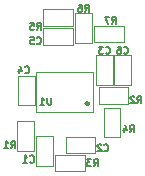
<source format=gbo>
%TF.GenerationSoftware,KiCad,Pcbnew,(5.1.8-0-10_14)*%
%TF.CreationDate,2021-04-23T14:11:37-04:00*%
%TF.ProjectId,Custom_Piezo_Sensor_PCB,43757374-6f6d-45f5-9069-657a6f5f5365,rev?*%
%TF.SameCoordinates,Original*%
%TF.FileFunction,Legend,Bot*%
%TF.FilePolarity,Positive*%
%FSLAX46Y46*%
G04 Gerber Fmt 4.6, Leading zero omitted, Abs format (unit mm)*
G04 Created by KiCad (PCBNEW (5.1.8-0-10_14)) date 2021-04-23 14:11:37*
%MOMM*%
%LPD*%
G01*
G04 APERTURE LIST*
%ADD10C,0.050000*%
%ADD11C,0.120000*%
%ADD12C,0.254000*%
%ADD13C,0.150000*%
G04 APERTURE END LIST*
D10*
%TO.C,R7*%
X152573000Y-146138000D02*
X154793000Y-146138000D01*
X154793000Y-144718000D02*
X154933000Y-144718000D01*
X154793000Y-146138000D02*
X154933000Y-146138000D01*
X152573000Y-146138000D02*
X152433000Y-146138000D01*
X152573000Y-144718000D02*
X152433000Y-144718000D01*
X152433000Y-144718000D02*
X152433000Y-146138000D01*
X154793000Y-144718000D02*
X152573000Y-144718000D01*
X154933000Y-146138000D02*
X154933000Y-144718000D01*
X154933000Y-146138000D02*
X152433000Y-146138000D01*
X152433000Y-144718000D02*
X152433000Y-146138000D01*
X154933000Y-146138000D02*
X154933000Y-144718000D01*
X152433000Y-144718000D02*
X154933000Y-144718000D01*
%TO.C,R2*%
X152814000Y-149925000D02*
X155314000Y-149925000D01*
X155314000Y-151345000D02*
X155314000Y-149925000D01*
X152814000Y-149925000D02*
X152814000Y-151345000D01*
X155314000Y-151345000D02*
X152814000Y-151345000D01*
X155314000Y-151345000D02*
X155314000Y-149925000D01*
X155174000Y-149925000D02*
X152954000Y-149925000D01*
X152814000Y-149925000D02*
X152814000Y-151345000D01*
X152954000Y-149925000D02*
X152814000Y-149925000D01*
X152954000Y-151345000D02*
X152814000Y-151345000D01*
X155174000Y-151345000D02*
X155314000Y-151345000D01*
X155174000Y-149925000D02*
X155314000Y-149925000D01*
X152954000Y-151345000D02*
X155174000Y-151345000D01*
D11*
%TO.C,U1*%
X152349200Y-152004800D02*
X147549200Y-152004800D01*
X152349200Y-148604800D02*
X147549200Y-148604800D01*
D12*
X151981200Y-151304800D02*
G75*
G03*
X151981200Y-151304800I-127000J0D01*
G01*
D11*
X147549200Y-152004800D02*
X147549200Y-148604800D01*
X152349200Y-152004800D02*
X152349200Y-148604800D01*
D10*
%TO.C,R6*%
X150814000Y-143810000D02*
X150814000Y-146030000D01*
X152234000Y-146030000D02*
X152234000Y-146170000D01*
X150814000Y-146030000D02*
X150814000Y-146170000D01*
X150814000Y-143810000D02*
X150814000Y-143670000D01*
X152234000Y-143810000D02*
X152234000Y-143670000D01*
X152234000Y-143670000D02*
X150814000Y-143670000D01*
X152234000Y-146030000D02*
X152234000Y-143810000D01*
X150814000Y-146170000D02*
X152234000Y-146170000D01*
X150814000Y-146170000D02*
X150814000Y-143670000D01*
X152234000Y-143670000D02*
X150814000Y-143670000D01*
X150814000Y-146170000D02*
X152234000Y-146170000D01*
X152234000Y-143670000D02*
X152234000Y-146170000D01*
%TO.C,R5*%
X150475000Y-143321000D02*
X148255000Y-143321000D01*
X148255000Y-144741000D02*
X148115000Y-144741000D01*
X148255000Y-143321000D02*
X148115000Y-143321000D01*
X150475000Y-143321000D02*
X150615000Y-143321000D01*
X150475000Y-144741000D02*
X150615000Y-144741000D01*
X150615000Y-144741000D02*
X150615000Y-143321000D01*
X148255000Y-144741000D02*
X150475000Y-144741000D01*
X148115000Y-143321000D02*
X148115000Y-144741000D01*
X148115000Y-143321000D02*
X150615000Y-143321000D01*
X150615000Y-144741000D02*
X150615000Y-143321000D01*
X148115000Y-143321000D02*
X148115000Y-144741000D01*
X150615000Y-144741000D02*
X148115000Y-144741000D01*
%TO.C,R4*%
X153227000Y-151811000D02*
X153227000Y-154031000D01*
X154647000Y-154031000D02*
X154647000Y-154171000D01*
X153227000Y-154031000D02*
X153227000Y-154171000D01*
X153227000Y-151811000D02*
X153227000Y-151671000D01*
X154647000Y-151811000D02*
X154647000Y-151671000D01*
X154647000Y-151671000D02*
X153227000Y-151671000D01*
X154647000Y-154031000D02*
X154647000Y-151811000D01*
X153227000Y-154171000D02*
X154647000Y-154171000D01*
X153227000Y-154171000D02*
X153227000Y-151671000D01*
X154647000Y-151671000D02*
X153227000Y-151671000D01*
X153227000Y-154171000D02*
X154647000Y-154171000D01*
X154647000Y-151671000D02*
X154647000Y-154171000D01*
%TO.C,R3*%
X151491000Y-155640000D02*
X149271000Y-155640000D01*
X149271000Y-157060000D02*
X149131000Y-157060000D01*
X149271000Y-155640000D02*
X149131000Y-155640000D01*
X151491000Y-155640000D02*
X151631000Y-155640000D01*
X151491000Y-157060000D02*
X151631000Y-157060000D01*
X151631000Y-157060000D02*
X151631000Y-155640000D01*
X149271000Y-157060000D02*
X151491000Y-157060000D01*
X149131000Y-155640000D02*
X149131000Y-157060000D01*
X149131000Y-155640000D02*
X151631000Y-155640000D01*
X151631000Y-157060000D02*
X151631000Y-155640000D01*
X149131000Y-155640000D02*
X149131000Y-157060000D01*
X151631000Y-157060000D02*
X149131000Y-157060000D01*
%TO.C,R1*%
X147344500Y-155174000D02*
X147344500Y-152954000D01*
X145924500Y-152954000D02*
X145924500Y-152814000D01*
X147344500Y-152954000D02*
X147344500Y-152814000D01*
X147344500Y-155174000D02*
X147344500Y-155314000D01*
X145924500Y-155174000D02*
X145924500Y-155314000D01*
X145924500Y-155314000D02*
X147344500Y-155314000D01*
X145924500Y-152954000D02*
X145924500Y-155174000D01*
X147344500Y-152814000D02*
X145924500Y-152814000D01*
X147344500Y-152814000D02*
X147344500Y-155314000D01*
X145924500Y-155314000D02*
X147344500Y-155314000D01*
X147344500Y-152814000D02*
X145924500Y-152814000D01*
X145924500Y-155314000D02*
X145924500Y-152814000D01*
%TO.C,C6*%
X154116000Y-147366000D02*
X154116000Y-149586000D01*
X155536000Y-149586000D02*
X155536000Y-149726000D01*
X154116000Y-149586000D02*
X154116000Y-149726000D01*
X154116000Y-147366000D02*
X154116000Y-147226000D01*
X155536000Y-147366000D02*
X155536000Y-147226000D01*
X155536000Y-147226000D02*
X154116000Y-147226000D01*
X155536000Y-149586000D02*
X155536000Y-147366000D01*
X154116000Y-149726000D02*
X155536000Y-149726000D01*
X154116000Y-149726000D02*
X154116000Y-147226000D01*
X155536000Y-147226000D02*
X154116000Y-147226000D01*
X154116000Y-149726000D02*
X155536000Y-149726000D01*
X155536000Y-147226000D02*
X155536000Y-149726000D01*
%TO.C,C5*%
X150475000Y-144908500D02*
X148255000Y-144908500D01*
X148255000Y-146328500D02*
X148115000Y-146328500D01*
X148255000Y-144908500D02*
X148115000Y-144908500D01*
X150475000Y-144908500D02*
X150615000Y-144908500D01*
X150475000Y-146328500D02*
X150615000Y-146328500D01*
X150615000Y-146328500D02*
X150615000Y-144908500D01*
X148255000Y-146328500D02*
X150475000Y-146328500D01*
X148115000Y-144908500D02*
X148115000Y-146328500D01*
X148115000Y-144908500D02*
X150615000Y-144908500D01*
X150615000Y-146328500D02*
X150615000Y-144908500D01*
X148115000Y-144908500D02*
X148115000Y-146328500D01*
X150615000Y-146328500D02*
X148115000Y-146328500D01*
%TO.C,C4*%
X147408000Y-151299000D02*
X147408000Y-149079000D01*
X145988000Y-149079000D02*
X145988000Y-148939000D01*
X147408000Y-149079000D02*
X147408000Y-148939000D01*
X147408000Y-151299000D02*
X147408000Y-151439000D01*
X145988000Y-151299000D02*
X145988000Y-151439000D01*
X145988000Y-151439000D02*
X147408000Y-151439000D01*
X145988000Y-149079000D02*
X145988000Y-151299000D01*
X147408000Y-148939000D02*
X145988000Y-148939000D01*
X147408000Y-148939000D02*
X147408000Y-151439000D01*
X145988000Y-151439000D02*
X147408000Y-151439000D01*
X147408000Y-148939000D02*
X145988000Y-148939000D01*
X145988000Y-151439000D02*
X145988000Y-148939000D01*
%TO.C,C3*%
X154012000Y-149586000D02*
X154012000Y-147366000D01*
X152592000Y-147366000D02*
X152592000Y-147226000D01*
X154012000Y-147366000D02*
X154012000Y-147226000D01*
X154012000Y-149586000D02*
X154012000Y-149726000D01*
X152592000Y-149586000D02*
X152592000Y-149726000D01*
X152592000Y-149726000D02*
X154012000Y-149726000D01*
X152592000Y-147366000D02*
X152592000Y-149586000D01*
X154012000Y-147226000D02*
X152592000Y-147226000D01*
X154012000Y-147226000D02*
X154012000Y-149726000D01*
X152592000Y-149726000D02*
X154012000Y-149726000D01*
X154012000Y-147226000D02*
X152592000Y-147226000D01*
X152592000Y-149726000D02*
X152592000Y-147226000D01*
%TO.C,C2*%
X152380000Y-154116000D02*
X150160000Y-154116000D01*
X150160000Y-155536000D02*
X150020000Y-155536000D01*
X150160000Y-154116000D02*
X150020000Y-154116000D01*
X152380000Y-154116000D02*
X152520000Y-154116000D01*
X152380000Y-155536000D02*
X152520000Y-155536000D01*
X152520000Y-155536000D02*
X152520000Y-154116000D01*
X150160000Y-155536000D02*
X152380000Y-155536000D01*
X150020000Y-154116000D02*
X150020000Y-155536000D01*
X150020000Y-154116000D02*
X152520000Y-154116000D01*
X152520000Y-155536000D02*
X152520000Y-154116000D01*
X150020000Y-154116000D02*
X150020000Y-155536000D01*
X152520000Y-155536000D02*
X150020000Y-155536000D01*
%TO.C,C1*%
X147512000Y-154224000D02*
X147512000Y-156444000D01*
X148932000Y-156444000D02*
X148932000Y-156584000D01*
X147512000Y-156444000D02*
X147512000Y-156584000D01*
X147512000Y-154224000D02*
X147512000Y-154084000D01*
X148932000Y-154224000D02*
X148932000Y-154084000D01*
X148932000Y-154084000D02*
X147512000Y-154084000D01*
X148932000Y-156444000D02*
X148932000Y-154224000D01*
X147512000Y-156584000D02*
X148932000Y-156584000D01*
X147512000Y-156584000D02*
X147512000Y-154084000D01*
X148932000Y-154084000D02*
X147512000Y-154084000D01*
X147512000Y-156584000D02*
X148932000Y-156584000D01*
X148932000Y-154084000D02*
X148932000Y-156584000D01*
%TO.C,R7*%
D13*
X153910000Y-144556428D02*
X154110000Y-144270714D01*
X154252857Y-144556428D02*
X154252857Y-143956428D01*
X154024285Y-143956428D01*
X153967142Y-143985000D01*
X153938571Y-144013571D01*
X153910000Y-144070714D01*
X153910000Y-144156428D01*
X153938571Y-144213571D01*
X153967142Y-144242142D01*
X154024285Y-144270714D01*
X154252857Y-144270714D01*
X153710000Y-143956428D02*
X153310000Y-143956428D01*
X153567142Y-144556428D01*
%TO.C,R2*%
X156069000Y-151287428D02*
X156269000Y-151001714D01*
X156411857Y-151287428D02*
X156411857Y-150687428D01*
X156183285Y-150687428D01*
X156126142Y-150716000D01*
X156097571Y-150744571D01*
X156069000Y-150801714D01*
X156069000Y-150887428D01*
X156097571Y-150944571D01*
X156126142Y-150973142D01*
X156183285Y-151001714D01*
X156411857Y-151001714D01*
X155840428Y-150744571D02*
X155811857Y-150716000D01*
X155754714Y-150687428D01*
X155611857Y-150687428D01*
X155554714Y-150716000D01*
X155526142Y-150744571D01*
X155497571Y-150801714D01*
X155497571Y-150858857D01*
X155526142Y-150944571D01*
X155869000Y-151287428D01*
X155497571Y-151287428D01*
%TO.C,U1*%
X148806142Y-150814428D02*
X148806142Y-151300142D01*
X148777571Y-151357285D01*
X148749000Y-151385857D01*
X148691857Y-151414428D01*
X148577571Y-151414428D01*
X148520428Y-151385857D01*
X148491857Y-151357285D01*
X148463285Y-151300142D01*
X148463285Y-150814428D01*
X147863285Y-151414428D02*
X148206142Y-151414428D01*
X148034714Y-151414428D02*
X148034714Y-150814428D01*
X148091857Y-150900142D01*
X148149000Y-150957285D01*
X148206142Y-150985857D01*
%TO.C,R6*%
X151624000Y-143540428D02*
X151824000Y-143254714D01*
X151966857Y-143540428D02*
X151966857Y-142940428D01*
X151738285Y-142940428D01*
X151681142Y-142969000D01*
X151652571Y-142997571D01*
X151624000Y-143054714D01*
X151624000Y-143140428D01*
X151652571Y-143197571D01*
X151681142Y-143226142D01*
X151738285Y-143254714D01*
X151966857Y-143254714D01*
X151109714Y-142940428D02*
X151224000Y-142940428D01*
X151281142Y-142969000D01*
X151309714Y-142997571D01*
X151366857Y-143083285D01*
X151395428Y-143197571D01*
X151395428Y-143426142D01*
X151366857Y-143483285D01*
X151338285Y-143511857D01*
X151281142Y-143540428D01*
X151166857Y-143540428D01*
X151109714Y-143511857D01*
X151081142Y-143483285D01*
X151052571Y-143426142D01*
X151052571Y-143283285D01*
X151081142Y-143226142D01*
X151109714Y-143197571D01*
X151166857Y-143169000D01*
X151281142Y-143169000D01*
X151338285Y-143197571D01*
X151366857Y-143226142D01*
X151395428Y-143283285D01*
%TO.C,R5*%
X147560000Y-145064428D02*
X147760000Y-144778714D01*
X147902857Y-145064428D02*
X147902857Y-144464428D01*
X147674285Y-144464428D01*
X147617142Y-144493000D01*
X147588571Y-144521571D01*
X147560000Y-144578714D01*
X147560000Y-144664428D01*
X147588571Y-144721571D01*
X147617142Y-144750142D01*
X147674285Y-144778714D01*
X147902857Y-144778714D01*
X147017142Y-144464428D02*
X147302857Y-144464428D01*
X147331428Y-144750142D01*
X147302857Y-144721571D01*
X147245714Y-144693000D01*
X147102857Y-144693000D01*
X147045714Y-144721571D01*
X147017142Y-144750142D01*
X146988571Y-144807285D01*
X146988571Y-144950142D01*
X147017142Y-145007285D01*
X147045714Y-145035857D01*
X147102857Y-145064428D01*
X147245714Y-145064428D01*
X147302857Y-145035857D01*
X147331428Y-145007285D01*
%TO.C,R4*%
X155449000Y-153738428D02*
X155649000Y-153452714D01*
X155791857Y-153738428D02*
X155791857Y-153138428D01*
X155563285Y-153138428D01*
X155506142Y-153167000D01*
X155477571Y-153195571D01*
X155449000Y-153252714D01*
X155449000Y-153338428D01*
X155477571Y-153395571D01*
X155506142Y-153424142D01*
X155563285Y-153452714D01*
X155791857Y-153452714D01*
X154934714Y-153338428D02*
X154934714Y-153738428D01*
X155077571Y-153109857D02*
X155220428Y-153538428D01*
X154849000Y-153538428D01*
%TO.C,R3*%
X152386000Y-156621428D02*
X152586000Y-156335714D01*
X152728857Y-156621428D02*
X152728857Y-156021428D01*
X152500285Y-156021428D01*
X152443142Y-156050000D01*
X152414571Y-156078571D01*
X152386000Y-156135714D01*
X152386000Y-156221428D01*
X152414571Y-156278571D01*
X152443142Y-156307142D01*
X152500285Y-156335714D01*
X152728857Y-156335714D01*
X152186000Y-156021428D02*
X151814571Y-156021428D01*
X152014571Y-156250000D01*
X151928857Y-156250000D01*
X151871714Y-156278571D01*
X151843142Y-156307142D01*
X151814571Y-156364285D01*
X151814571Y-156507142D01*
X151843142Y-156564285D01*
X151871714Y-156592857D01*
X151928857Y-156621428D01*
X152100285Y-156621428D01*
X152157428Y-156592857D01*
X152186000Y-156564285D01*
%TO.C,R1*%
X145401000Y-155097428D02*
X145601000Y-154811714D01*
X145743857Y-155097428D02*
X145743857Y-154497428D01*
X145515285Y-154497428D01*
X145458142Y-154526000D01*
X145429571Y-154554571D01*
X145401000Y-154611714D01*
X145401000Y-154697428D01*
X145429571Y-154754571D01*
X145458142Y-154783142D01*
X145515285Y-154811714D01*
X145743857Y-154811714D01*
X144829571Y-155097428D02*
X145172428Y-155097428D01*
X145001000Y-155097428D02*
X145001000Y-154497428D01*
X145058142Y-154583142D01*
X145115285Y-154640285D01*
X145172428Y-154668857D01*
%TO.C,C6*%
X154926000Y-147040285D02*
X154954571Y-147068857D01*
X155040285Y-147097428D01*
X155097428Y-147097428D01*
X155183142Y-147068857D01*
X155240285Y-147011714D01*
X155268857Y-146954571D01*
X155297428Y-146840285D01*
X155297428Y-146754571D01*
X155268857Y-146640285D01*
X155240285Y-146583142D01*
X155183142Y-146526000D01*
X155097428Y-146497428D01*
X155040285Y-146497428D01*
X154954571Y-146526000D01*
X154926000Y-146554571D01*
X154411714Y-146497428D02*
X154526000Y-146497428D01*
X154583142Y-146526000D01*
X154611714Y-146554571D01*
X154668857Y-146640285D01*
X154697428Y-146754571D01*
X154697428Y-146983142D01*
X154668857Y-147040285D01*
X154640285Y-147068857D01*
X154583142Y-147097428D01*
X154468857Y-147097428D01*
X154411714Y-147068857D01*
X154383142Y-147040285D01*
X154354571Y-146983142D01*
X154354571Y-146840285D01*
X154383142Y-146783142D01*
X154411714Y-146754571D01*
X154468857Y-146726000D01*
X154583142Y-146726000D01*
X154640285Y-146754571D01*
X154668857Y-146783142D01*
X154697428Y-146840285D01*
%TO.C,C5*%
X147560000Y-146213785D02*
X147588571Y-146242357D01*
X147674285Y-146270928D01*
X147731428Y-146270928D01*
X147817142Y-146242357D01*
X147874285Y-146185214D01*
X147902857Y-146128071D01*
X147931428Y-146013785D01*
X147931428Y-145928071D01*
X147902857Y-145813785D01*
X147874285Y-145756642D01*
X147817142Y-145699500D01*
X147731428Y-145670928D01*
X147674285Y-145670928D01*
X147588571Y-145699500D01*
X147560000Y-145728071D01*
X147017142Y-145670928D02*
X147302857Y-145670928D01*
X147331428Y-145956642D01*
X147302857Y-145928071D01*
X147245714Y-145899500D01*
X147102857Y-145899500D01*
X147045714Y-145928071D01*
X147017142Y-145956642D01*
X146988571Y-146013785D01*
X146988571Y-146156642D01*
X147017142Y-146213785D01*
X147045714Y-146242357D01*
X147102857Y-146270928D01*
X147245714Y-146270928D01*
X147302857Y-146242357D01*
X147331428Y-146213785D01*
%TO.C,C4*%
X146544000Y-148690285D02*
X146572571Y-148718857D01*
X146658285Y-148747428D01*
X146715428Y-148747428D01*
X146801142Y-148718857D01*
X146858285Y-148661714D01*
X146886857Y-148604571D01*
X146915428Y-148490285D01*
X146915428Y-148404571D01*
X146886857Y-148290285D01*
X146858285Y-148233142D01*
X146801142Y-148176000D01*
X146715428Y-148147428D01*
X146658285Y-148147428D01*
X146572571Y-148176000D01*
X146544000Y-148204571D01*
X146029714Y-148347428D02*
X146029714Y-148747428D01*
X146172571Y-148118857D02*
X146315428Y-148547428D01*
X145944000Y-148547428D01*
%TO.C,C3*%
X153402000Y-147040285D02*
X153430571Y-147068857D01*
X153516285Y-147097428D01*
X153573428Y-147097428D01*
X153659142Y-147068857D01*
X153716285Y-147011714D01*
X153744857Y-146954571D01*
X153773428Y-146840285D01*
X153773428Y-146754571D01*
X153744857Y-146640285D01*
X153716285Y-146583142D01*
X153659142Y-146526000D01*
X153573428Y-146497428D01*
X153516285Y-146497428D01*
X153430571Y-146526000D01*
X153402000Y-146554571D01*
X153202000Y-146497428D02*
X152830571Y-146497428D01*
X153030571Y-146726000D01*
X152944857Y-146726000D01*
X152887714Y-146754571D01*
X152859142Y-146783142D01*
X152830571Y-146840285D01*
X152830571Y-146983142D01*
X152859142Y-147040285D01*
X152887714Y-147068857D01*
X152944857Y-147097428D01*
X153116285Y-147097428D01*
X153173428Y-147068857D01*
X153202000Y-147040285D01*
%TO.C,C2*%
X153275000Y-155294285D02*
X153303571Y-155322857D01*
X153389285Y-155351428D01*
X153446428Y-155351428D01*
X153532142Y-155322857D01*
X153589285Y-155265714D01*
X153617857Y-155208571D01*
X153646428Y-155094285D01*
X153646428Y-155008571D01*
X153617857Y-154894285D01*
X153589285Y-154837142D01*
X153532142Y-154780000D01*
X153446428Y-154751428D01*
X153389285Y-154751428D01*
X153303571Y-154780000D01*
X153275000Y-154808571D01*
X153046428Y-154808571D02*
X153017857Y-154780000D01*
X152960714Y-154751428D01*
X152817857Y-154751428D01*
X152760714Y-154780000D01*
X152732142Y-154808571D01*
X152703571Y-154865714D01*
X152703571Y-154922857D01*
X152732142Y-155008571D01*
X153075000Y-155351428D01*
X152703571Y-155351428D01*
%TO.C,C1*%
X146988500Y-156246785D02*
X147017071Y-156275357D01*
X147102785Y-156303928D01*
X147159928Y-156303928D01*
X147245642Y-156275357D01*
X147302785Y-156218214D01*
X147331357Y-156161071D01*
X147359928Y-156046785D01*
X147359928Y-155961071D01*
X147331357Y-155846785D01*
X147302785Y-155789642D01*
X147245642Y-155732500D01*
X147159928Y-155703928D01*
X147102785Y-155703928D01*
X147017071Y-155732500D01*
X146988500Y-155761071D01*
X146417071Y-156303928D02*
X146759928Y-156303928D01*
X146588500Y-156303928D02*
X146588500Y-155703928D01*
X146645642Y-155789642D01*
X146702785Y-155846785D01*
X146759928Y-155875357D01*
%TD*%
M02*

</source>
